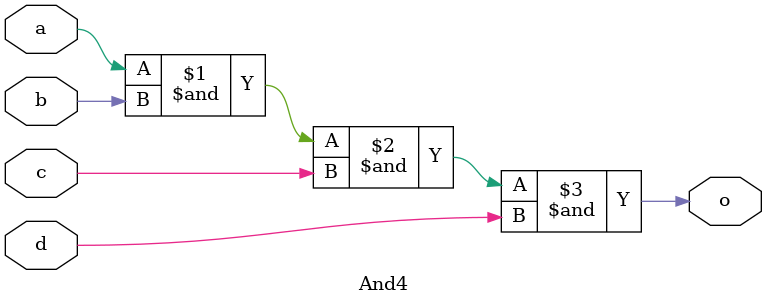
<source format=v>

module And4(a,b,c,d,o);
  input a,b,c,d;
  output o;
  assign o= a & b & c & d;
endmodule
</source>
